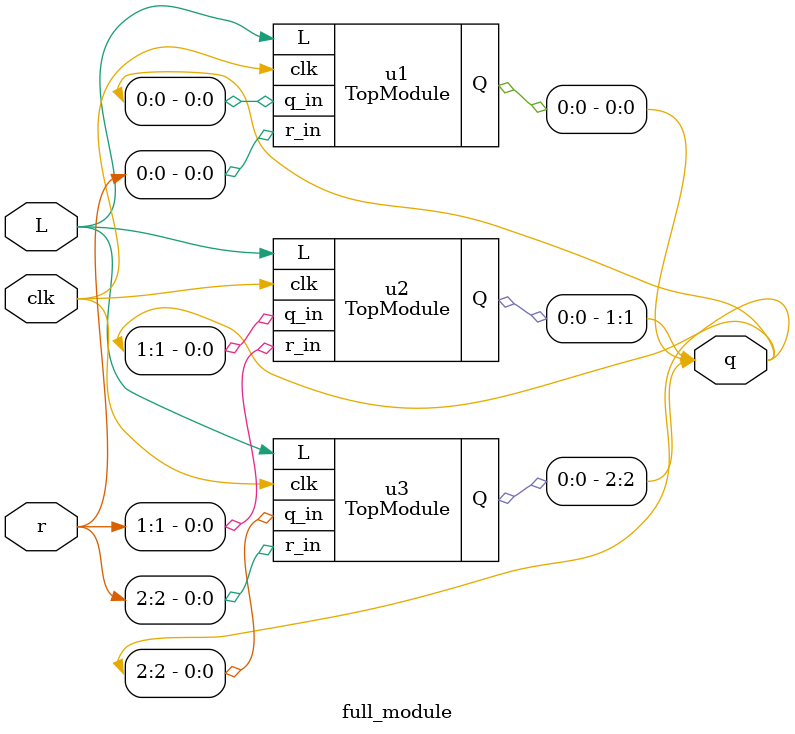
<source format=v>
module TopModule(
    input clk,
    input L,
    input q_in,
    input r_in,
    output Q
);

reg Q_reg;
assign Q = Q_reg;

always @(posedge clk) begin
    if (L) begin
        Q_reg <= r_in;
    end else begin
        Q_reg <= q_in;
    end
end

endmodule

module full_module (
    input [2:0] r,
    input L,
    input clk,
    output reg [2:0] q
);

TopModule u1 (
    .clk(clk),
    .L(L),
    .q_in(q[0]),
    .r_in(r[0]),
    .Q(q[0])
);

TopModule u2 (
    .clk(clk),
    .L(L),
    .q_in(q[1]),
    .r_in(r[1]),
    .Q(q[1])
);

TopModule u3 (
    .clk(clk),
    .L(L),
    .q_in(q[2]),
    .r_in(r[2]),
    .Q(q[2])
);

endmodule

</source>
